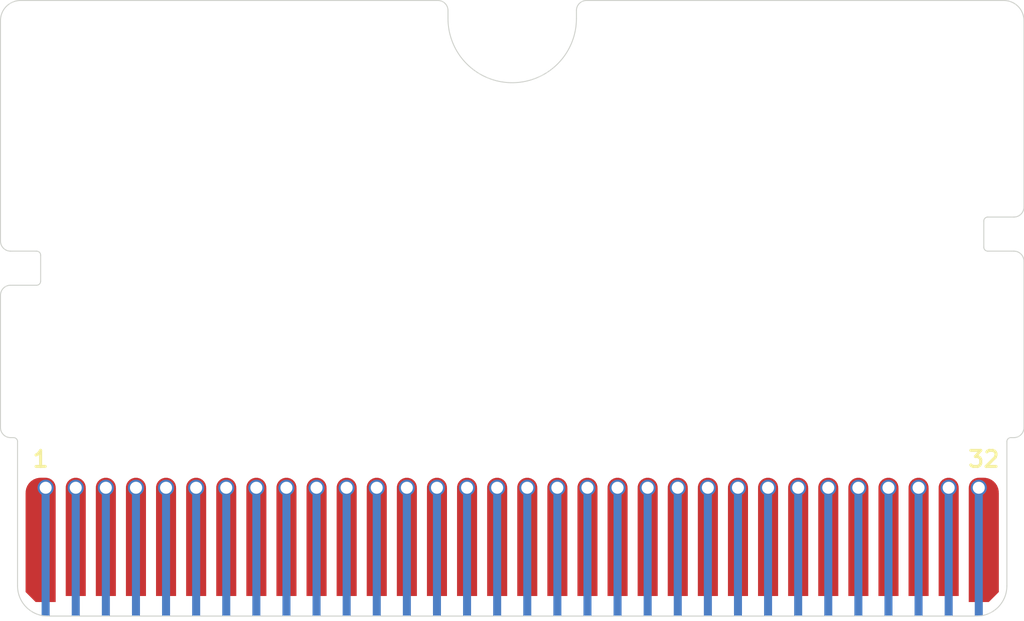
<source format=kicad_pcb>
(kicad_pcb (version 20211014) (generator pcbnew)
  (layers (0 "F.Cu" signal) (31 "B.Cu" signal) (34 "B.Paste" user) (35 "F.Paste" user) (36 "B.SilkS" user "B.Silkscreen") (37 "F.SilkS" user "F.Silkscreen") (38 "B.Mask" user) (39 "F.Mask" user) (44 "Edge.Cuts" user))
  (net 0 "")
  (net 1 "Net-(J1-Pad32)")
  (net 2 "Net-(J1-Pad1)")
  (net 3 "Net-(J1-Pad31)")
  (net 4 "Net-(J1-Pad30)")
  (net 5 "Net-(J1-Pad29)")
  (net 6 "Net-(J1-Pad28)")
  (net 7 "Net-(J1-Pad27)")
  (net 8 "Net-(J1-Pad26)")
  (net 9 "Net-(J1-Pad25)")
  (net 10 "Net-(J1-Pad24)")
  (net 11 "Net-(J1-Pad23)")
  (net 12 "Net-(J1-Pad22)")
  (net 13 "Net-(J1-Pad21)")
  (net 14 "Net-(J1-Pad20)")
  (net 15 "Net-(J1-Pad19)")
  (net 16 "Net-(J1-Pad18)")
  (net 17 "Net-(J1-Pad17)")
  (net 18 "Net-(J1-Pad16)")
  (net 19 "Net-(J1-Pad15)")
  (net 20 "Net-(J1-Pad14)")
  (net 21 "Net-(J1-Pad13)")
  (net 22 "Net-(J1-Pad12)")
  (net 23 "Net-(J1-Pad11)")
  (net 24 "Net-(J1-Pad10)")
  (net 25 "Net-(J1-Pad9)")
  (net 26 "Net-(J1-Pad8)")
  (net 27 "Net-(J1-Pad7)")
  (net 28 "Net-(J1-Pad6)")
  (net 29 "Net-(J1-Pad5)")
  (net 30 "Net-(J1-Pad4)")
  (net 31 "Net-(J1-Pad3)")
  (net 32 "Net-(J1-Pad2)")
  (footprint "Connector_GameBoy:GameBoy_GamePak_AGB-002_P1.50mm_Edge" (layer "F.Cu") (at 150 116.6)
    (fp_text reference "J1" hide)
    (fp_text value "GameBoy_GamePak_AGB-002" hide)
    (fp_text user "32" (at 23.5 -7.825) (layer "F.SilkS") (effects (font (size 0.8 0.8))))
    (fp_text user "1" (at -23.5 -7.825) (layer "F.SilkS") (effects (font (size 0.8 0.8))))
    (fp_poly (pts (xy 11.45 0) (xy 11.05 0) (xy 11.05 -6.1) (xy 11.45 -6.1)) (layer "B.Cu") (width 0) (fill solid))
    (fp_poly (pts (xy -0.55 0) (xy -0.95 0) (xy -0.95 -6.1) (xy -0.55 -6.1)) (layer "B.Cu") (width 0) (fill solid))
    (fp_poly (pts (xy 6.95 0) (xy 6.55 0) (xy 6.55 -6.1) (xy 6.95 -6.1)) (layer "B.Cu") (width 0) (fill solid))
    (fp_poly (pts (xy -14.05 0) (xy -14.45 0) (xy -14.45 -6.1) (xy -14.05 -6.1)) (layer "B.Cu") (width 0) (fill solid))
    (fp_poly (pts (xy 2.45 0) (xy 2.05 0) (xy 2.05 -6.1) (xy 2.45 -6.1)) (layer "B.Cu") (width 0) (fill solid))
    (fp_poly (pts (xy -6.55 0) (xy -6.95 0) (xy -6.95 -6.1) (xy -6.55 -6.1)) (layer "B.Cu") (width 0) (fill solid))
    (fp_poly (pts (xy -11.05 0) (xy -11.45 0) (xy -11.45 -6.1) (xy -11.05 -6.1)) (layer "B.Cu") (width 0) (fill solid))
    (fp_poly (pts (xy -8.05 0) (xy -8.45 0) (xy -8.45 -6.1) (xy -8.05 -6.1)) (layer "B.Cu") (width 0) (fill solid))
    (fp_poly (pts (xy -18.55 0) (xy -18.95 0) (xy -18.95 -6.1) (xy -18.55 -6.1)) (layer "B.Cu") (width 0) (fill solid))
    (fp_poly (pts (xy 15.95 0) (xy 15.55 0) (xy 15.55 -6.1) (xy 15.95 -6.1)) (layer "B.Cu") (width 0) (fill solid))
    (fp_poly (pts (xy 18.95 0) (xy 18.55 0) (xy 18.55 -6.1) (xy 18.95 -6.1)) (layer "B.Cu") (width 0) (fill solid))
    (fp_poly (pts (xy -9.55 0) (xy -9.95 0) (xy -9.95 -6.1) (xy -9.55 -6.1)) (layer "B.Cu") (width 0) (fill solid))
    (fp_poly (pts (xy 12.95 0) (xy 12.55 0) (xy 12.55 -6.1) (xy 12.95 -6.1)) (layer "B.Cu") (width 0) (fill solid))
    (fp_poly (pts (xy 3.95 0) (xy 3.55 0) (xy 3.55 -6.1) (xy 3.95 -6.1)) (layer "B.Cu") (width 0) (fill solid))
    (fp_poly (pts (xy -2.05 0) (xy -2.45 0) (xy -2.45 -6.1) (xy -2.05 -6.1)) (layer "B.Cu") (width 0) (fill solid))
    (fp_poly (pts (xy -21.55 0) (xy -21.95 0) (xy -21.95 -6.1) (xy -21.55 -6.1)) (layer "B.Cu") (width 0) (fill solid))
    (fp_poly (pts (xy 21.95 0) (xy 21.55 0) (xy 21.55 -6.1) (xy 21.95 -6.1)) (layer "B.Cu") (width 0) (fill solid))
    (fp_poly (pts (xy -20.05 0) (xy -20.45 0) (xy -20.45 -6.1) (xy -20.05 -6.1)) (layer "B.Cu") (width 0) (fill solid))
    (fp_poly (pts (xy 20.45 0) (xy 20.05 0) (xy 20.05 -6.1) (xy 20.45 -6.1)) (layer "B.Cu") (width 0) (fill solid))
    (fp_poly (pts (xy -12.55 0) (xy -12.95 0) (xy -12.95 -6.1) (xy -12.55 -6.1)) (layer "B.Cu") (width 0) (fill solid))
    (fp_poly (pts (xy -15.55 0) (xy -15.95 0) (xy -15.95 -6.1) (xy -15.55 -6.1)) (layer "B.Cu") (width 0) (fill solid))
    (fp_poly (pts (xy -17.05 0) (xy -17.45 0) (xy -17.45 -6.1) (xy -17.05 -6.1)) (layer "B.Cu") (width 0) (fill solid))
    (fp_poly (pts (xy 14.45 0) (xy 14.05 0) (xy 14.05 -6.1) (xy 14.45 -6.1)) (layer "B.Cu") (width 0) (fill solid))
    (fp_poly (pts (xy 5.45 0) (xy 5.05 0) (xy 5.05 -6.1) (xy 5.45 -6.1)) (layer "B.Cu") (width 0) (fill solid))
    (fp_poly (pts (xy -3.55 0) (xy -3.95 0) (xy -3.95 -6.1) (xy -3.55 -6.1)) (layer "B.Cu") (width 0) (fill solid))
    (fp_poly (pts (xy 17.45 0) (xy 17.05 0) (xy 17.05 -6.1) (xy 17.45 -6.1)) (layer "B.Cu") (width 0) (fill solid))
    (fp_poly (pts (xy 23.45 0) (xy 23.05 0) (xy 23.05 -6.1) (xy 23.45 -6.1)) (layer "B.Cu") (width 0) (fill solid))
    (fp_poly (pts (xy 9.95 0) (xy 9.55 0) (xy 9.55 -6.1) (xy 9.95 -6.1)) (layer "B.Cu") (width 0) (fill solid))
    (fp_poly (pts (xy 8.45 0) (xy 8.05 0) (xy 8.05 -6.1) (xy 8.45 -6.1)) (layer "B.Cu") (width 0) (fill solid))
    (fp_poly (pts (xy 0.95 0) (xy 0.55 0) (xy 0.55 -6.1) (xy 0.95 -6.1)) (layer "B.Cu") (width 0) (fill solid))
    (fp_poly (pts (xy -23.05 0) (xy -23.45 0) (xy -23.45 -6.1) (xy -23.05 -6.1)) (layer "B.Cu") (width 0) (fill solid))
    (fp_poly (pts (xy -5.05 0) (xy -5.45 0) (xy -5.45 -6.1) (xy -5.05 -6.1)) (layer "B.Cu") (width 0) (fill solid))
    (pad "1" connect custom locked (at -23.25 -6.4) (size 0.8 0.8) (layers "F.Cu") (net 2 "Net-(J1-Pad1)") (options (clearance outline) (anchor circle)) (primitives (gr_line (start -0.25 -0.45) (end 0 -0.45) (width 0.1)) (gr_circle (center 0 0) (end 0.25 0) (width 0.5)) (gr_poly (pts (xy -1 5.2) (xy -1 0.25) (xy 0.5 0.25) (xy 0.5 5.7) (xy -0.5 5.7)) (width 0) (fill yes)) (gr_circle (center -0.25 0.25) (end 0.125 0.25) (width 0.75)) (gr_line (start 0.45 0) (end 0.45 0.25) (width 0.1))))
    (pad "1" thru_hole circle locked (at -23.25 -6.4) (size 0.8 0.8) (drill 0.6) (layers *.Cu *.Mask) (net 2 "Net-(J1-Pad1)"))
    (pad "2" connect custom locked (at -21.75 -6.4) (size 0.8 0.8) (layers "F.Cu") (net 32 "Net-(J1-Pad2)") (options (clearance outline) (anchor circle)) (primitives (gr_poly (pts (xy -0.5 5.4) (xy 0.5 5.4) (xy 0.5 0) (xy -0.5 0)) (width 0) (fill yes)) (gr_circle (center -0.001247 0) (end 0.25 0) (width 0.5))))
    (pad "2" thru_hole circle locked (at -21.75 -6.4) (size 0.8 0.8) (drill 0.6) (layers *.Cu *.Mask) (net 32 "Net-(J1-Pad2)"))
    (pad "3" thru_hole circle locked (at -20.25 -6.4) (size 0.8 0.8) (drill 0.6) (layers *.Cu *.Mask) (net 31 "Net-(J1-Pad3)"))
    (pad "3" connect custom locked (at -20.25 -6.4) (size 0.8 0.8) (layers "F.Cu") (net 31 "Net-(J1-Pad3)") (options (clearance outline) (anchor circle)) (primitives (gr_poly (pts (xy -0.5 5.4) (xy 0.5 5.4) (xy 0.5 0) (xy -0.5 0)) (width 0) (fill yes)) (gr_circle (center -0.001247 0) (end 0.25 0) (width 0.5))))
    (pad "4" thru_hole circle locked (at -18.75 -6.4) (size 0.8 0.8) (drill 0.6) (layers *.Cu *.Mask) (net 30 "Net-(J1-Pad4)"))
    (pad "4" connect custom locked (at -18.75 -6.4) (size 0.8 0.8) (layers "F.Cu") (net 30 "Net-(J1-Pad4)") (options (clearance outline) (anchor circle)) (primitives (gr_poly (pts (xy -0.5 5.4) (xy 0.5 5.4) (xy 0.5 0) (xy -0.5 0)) (width 0) (fill yes)) (gr_circle (center -0.001247 0) (end 0.25 0) (width 0.5))))
    (pad "5" connect custom locked (at -17.25 -6.4) (size 0.8 0.8) (layers "F.Cu") (net 29 "Net-(J1-Pad5)") (options (clearance outline) (anchor circle)) (primitives (gr_poly (pts (xy -0.5 5.4) (xy 0.5 5.4) (xy 0.5 0) (xy -0.5 0)) (width 0) (fill yes)) (gr_circle (center -0.001247 0) (end 0.25 0) (width 0.5))))
    (pad "5" thru_hole circle locked (at -17.25 -6.4) (size 0.8 0.8) (drill 0.6) (layers *.Cu *.Mask) (net 29 "Net-(J1-Pad5)"))
    (pad "6" connect custom locked (at -15.75 -6.4) (size 0.8 0.8) (layers "F.Cu") (net 28 "Net-(J1-Pad6)") (options (clearance outline) (anchor circle)) (primitives (gr_poly (pts (xy -0.5 5.4) (xy 0.5 5.4) (xy 0.5 0) (xy -0.5 0)) (width 0) (fill yes)) (gr_circle (center -0.001247 0) (end 0.25 0) (width 0.5))))
    (pad "6" thru_hole circle locked (at -15.75 -6.4) (size 0.8 0.8) (drill 0.6) (layers *.Cu *.Mask) (net 28 "Net-(J1-Pad6)"))
    (pad "7" connect custom locked (at -14.25 -6.4) (size 0.8 0.8) (layers "F.Cu") (net 27 "Net-(J1-Pad7)") (options (clearance outline) (anchor circle)) (primitives (gr_poly (pts (xy -0.5 5.4) (xy 0.5 5.4) (xy 0.5 0) (xy -0.5 0)) (width 0) (fill yes)) (gr_circle (center -0.001247 0) (end 0.25 0) (width 0.5))))
    (pad "7" thru_hole circle locked (at -14.25 -6.4) (size 0.8 0.8) (drill 0.6) (layers *.Cu *.Mask) (net 27 "Net-(J1-Pad7)"))
    (pad "8" connect custom locked (at -12.75 -6.4) (size 0.8 0.8) (layers "F.Cu") (net 26 "Net-(J1-Pad8)") (options (clearance outline) (anchor circle)) (primitives (gr_poly (pts (xy -0.5 5.4) (xy 0.5 5.4) (xy 0.5 0) (xy -0.5 0)) (width 0) (fill yes)) (gr_circle (center -0.001247 0) (end 0.25 0) (width 0.5))))
    (pad "8" thru_hole circle locked (at -12.75 -6.4) (size 0.8 0.8) (drill 0.6) (layers *.Cu *.Mask) (net 26 "Net-(J1-Pad8)"))
    (pad "9" thru_hole circle locked (at -11.25 -6.4) (size 0.8 0.8) (drill 0.6) (layers *.Cu *.Mask) (net 25 "Net-(J1-Pad9)"))
    (pad "9" connect custom locked (at -11.25 -6.4) (size 0.8 0.8) (layers "F.Cu") (net 25 "Net-(J1-Pad9)") (options (clearance outline) (anchor circle)) (primitives (gr_poly (pts (xy -0.5 5.4) (xy 0.5 5.4) (xy 0.5 0) (xy -0.5 0)) (width 0) (fill yes)) (gr_circle (center -0.001247 0) (end 0.25 0) (width 0.5))))
    (pad "10" connect custom locked (at -9.75 -6.4) (size 0.8 0.8) (layers "F.Cu") (net 24 "Net-(J1-Pad10)") (options (clearance outline) (anchor circle)) (primitives (gr_poly (pts (xy -0.5 5.4) (xy 0.5 5.4) (xy 0.5 0) (xy -0.5 0)) (width 0) (fill yes)) (gr_circle (center -0.001247 0) (end 0.25 0) (width 0.5))))
    (pad "10" thru_hole circle locked (at -9.75 -6.4) (size 0.8 0.8) (drill 0.6) (layers *.Cu *.Mask) (net 24 "Net-(J1-Pad10)"))
    (pad "11" connect custom locked (at -8.25 -6.4) (size 0.8 0.8) (layers "F.Cu") (net 23 "Net-(J1-Pad11)") (options (clearance outline) (anchor circle)) (primitives (gr_poly (pts (xy -0.5 5.4) (xy 0.5 5.4) (xy 0.5 0) (xy -0.5 0)) (width 0) (fill yes)) (gr_circle (center -0.001247 0) (end 0.25 0) (width 0.5))))
    (pad "11" thru_hole circle locked (at -8.25 -6.4) (size 0.8 0.8) (drill 0.6) (layers *.Cu *.Mask) (net 23 "Net-(J1-Pad11)"))
    (pad "12" thru_hole circle locked (at -6.75 -6.4) (size 0.8 0.8) (drill 0.6) (layers *.Cu *.Mask) (net 22 "Net-(J1-Pad12)"))
    (pad "12" connect custom locked (at -6.75 -6.4) (size 0.8 0.8) (layers "F.Cu") (net 22 "Net-(J1-Pad12)") (options (clearance outline) (anchor circle)) (primitives (gr_poly (pts (xy -0.5 5.4) (xy 0.5 5.4) (xy 0.5 0) (xy -0.5 0)) (width 0) (fill yes)) (gr_circle (center -0.001247 0) (end 0.25 0) (width 0.5))))
    (pad "13" thru_hole circle locked (at -5.25 -6.4) (size 0.8 0.8) (drill 0.6) (layers *.Cu *.Mask) (net 21 "Net-(J1-Pad13)"))
    (pad "13" connect custom locked (at -5.25 -6.4) (size 0.8 0.8) (layers "F.Cu") (net 21 "Net-(J1-Pad13)") (options (clearance outline) (anchor circle)) (primitives (gr_poly (pts (xy -0.5 5.4) (xy 0.5 5.4) (xy 0.5 0) (xy -0.5 0)) (width 0) (fill yes)) (gr_circle (center -0.001247 0) (end 0.25 0) (width 0.5))))
    (pad "14" connect custom locked (at -3.75 -6.4) (size 0.8 0.8) (layers "F.Cu") (net 20 "Net-(J1-Pad14)") (options (clearance outline) (anchor circle)) (primitives (gr_poly (pts (xy -0.5 5.4) (xy 0.5 5.4) (xy 0.5 0) (xy -0.5 0)) (width 0) (fill yes)) (gr_circle (center -0.001247 0) (end 0.25 0) (width 0.5))))
    (pad "14" thru_hole circle locked (at -3.75 -6.4) (size 0.8 0.8) (drill 0.6) (layers *.Cu *.Mask) (net 20 "Net-(J1-Pad14)"))
    (pad "15" thru_hole circle locked (at -2.25 -6.4) (size 0.8 0.8) (drill 0.6) (layers *.Cu *.Mask) (net 19 "Net-(J1-Pad15)"))
    (pad "15" connect custom locked (at -2.25 -6.4) (size 0.8 0.8) (layers "F.Cu") (net 19 "Net-(J1-Pad15)") (options (clearance outline) (anchor circle)) (primitives (gr_poly (pts (xy -0.5 5.4) (xy 0.5 5.4) (xy 0.5 0) (xy -0.5 0)) (width 0) (fill yes)) (gr_circle (center -0.001247 0) (end 0.25 0) (width 0.5))))
    (pad "16" thru_hole circle locked (at -0.75 -6.4) (size 0.8 0.8) (drill 0.6) (layers *.Cu *.Mask) (net 18 "Net-(J1-Pad16)"))
    (pad "16" connect custom locked (at -0.75 -6.4) (size 0.8 0.8) (layers "F.Cu") (net 18 "Net-(J1-Pad16)") (options (clearance outline) (anchor circle)) (primitives (gr_poly (pts (xy -0.5 5.4) (xy 0.5 5.4) (xy 0.5 0) (xy -0.5 0)) (width 0) (fill yes)) (gr_circle (center -0.001247 0) (end 0.25 0) (width 0.5))))
    (pad "17" connect custom locked (at 0.75 -6.4) (size 0.8 0.8) (layers "F.Cu") (net 17 "Net-(J1-Pad17)") (options (clearance outline) (anchor circle)) (primitives (gr_poly (pts (xy -0.5 5.4) (xy 0.5 5.4) (xy 0.5 0) (xy -0.5 0)) (width 0) (fill yes)) (gr_circle (center -0.001247 0) (end 0.25 0) (width 0.5))))
    (pad "17" thru_hole circle locked (at 0.75 -6.4) (size 0.8 0.8) (drill 0.6) (layers *.Cu *.Mask) (net 17 "Net-(J1-Pad17)"))
    (pad "18" connect custom locked (at 2.25 -6.4) (size 0.8 0.8) (layers "F.Cu") (net 16 "Net-(J1-Pad18)") (options (clearance outline) (anchor circle)) (primitives (gr_poly (pts (xy -0.5 5.4) (xy 0.5 5.4) (xy 0.5 0) (xy -0.5 0)) (width 0) (fill yes)) (gr_circle (center -0.001247 0) (end 0.25 0) (width 0.5))))
    (pad "18" thru_hole circle locked (at 2.25 -6.4) (size 0.8 0.8) (drill 0.6) (layers *.Cu *.Mask) (net 16 "Net-(J1-Pad18)"))
    (pad "19" thru_hole circle locked (at 3.75 -6.4) (size 0.8 0.8) (drill 0.6) (layers *.Cu *.Mask) (net 15 "Net-(J1-Pad19)"))
    (pad "19" connect custom locked (at 3.75 -6.4) (size 0.8 0.8) (layers "F.Cu") (net 15 "Net-(J1-Pad19)") (options (clearance outline) (anchor circle)) (primitives (gr_poly (pts (xy -0.5 5.4) (xy 0.5 5.4) (xy 0.5 0) (xy -0.5 0)) (width 0) (fill yes)) (gr_circle (center -0.001247 0) (end 0.25 0) (width 0.5))))
    (pad "20" thru_hole circle locked (at 5.25 -6.4) (size 0.8 0.8) (drill 0.6) (layers *.Cu *.Mask) (net 14 "Net-(J1-Pad20)"))
    (pad "20" connect custom locked (at 5.25 -6.4) (size 0.8 0.8) (layers "F.Cu") (net 14 "Net-(J1-Pad20)") (options (clearance outline) (anchor circle)) (primitives (gr_poly (pts (xy -0.5 5.4) (xy 0.5 5.4) (xy 0.5 0) (xy -0.5 0)) (width 0) (fill yes)) (gr_circle (center -0.001247 0) (end 0.25 0) (width 0.5))))
    (pad "21" thru_hole circle locked (at 6.75 -6.4) (size 0.8 0.8) (drill 0.6) (layers *.Cu *.Mask) (net 13 "Net-(J1-Pad21)"))
    (pad "21" connect custom locked (at 6.75 -6.4) (size 0.8 0.8) (layers "F.Cu") (net 13 "Net-(J1-Pad21)") (options (clearance outline) (anchor circle)) (primitives (gr_poly (pts (xy -0.5 5.4) (xy 0.5 5.4) (xy 0.5 0) (xy -0.5 0)) (width 0) (fill yes)) (gr_circle (center -0.001247 0) (end 0.25 0) (width 0.5))))
    (pad "22" connect custom locked (at 8.25 -6.4) (size 0.8 0.8) (layers "F.Cu") (net 12 "Net-(J1-Pad22)") (options (clearance outline) (anchor circle)) (primitives (gr_poly (pts (xy -0.5 5.4) (xy 0.5 5.4) (xy 0.5 0) (xy -0.5 0)) (width 0) (fill yes)) (gr_circle (center -0.001247 0) (end 0.25 0) (width 0.5))))
    (pad "22" thru_hole circle locked (at 8.25 -6.4) (size 0.8 0.8) (drill 0.6) (layers *.Cu *.Mask) (net 12 "Net-(J1-Pad22)"))
    (pad "23" connect custom locked (at 9.75 -6.4) (size 0.8 0.8) (layers "F.Cu") (net 11 "Net-(J1-Pad23)") (options (clearance outline) (anchor circle)) (primitives (gr_poly (pts (xy -0.5 5.4) (xy 0.5 5.4) (xy 0.5 0) (xy -0.5 0)) (width 0) (fill yes)) (gr_circle (center -0.001247 0) (end 0.25 0) (width 0.5))))
    (pad "23" thru_hole circle locked (at 9.75 -6.4) (size 0.8 0.8) (drill 0.6) (layers *.Cu *.Mask) (net 11 "Net-(J1-Pad23)"))
    (pad "24" thru_hole circle locked (at 11.25 -6.4) (size 0.8 0.8) (drill 0.6) (layers *.Cu *.Mask) (net 10 "Net-(J1-Pad24)"))
    (pad "24" connect custom locked (at 11.25 -6.4) (size 0.8 0.8) (layers "F.Cu") (net 10 "Net-(J1-Pad24)") (options (clearance outline) (anchor circle)) (primitives (gr_poly (pts (xy -0.5 5.4) (xy 0.5 5.4) (xy 0.5 0) (xy -0.5 0)) (width 0) (fill yes)) (gr_circle (center -0.001247 0) (end 0.25 0) (width 0.5))))
    (pad "25" connect custom locked (at 12.75 -6.4) (size 0.8 0.8) (layers "F.Cu") (net 9 "Net-(J1-Pad25)") (options (clearance outline) (anchor circle)) (primitives (gr_poly (pts (xy -0.5 5.4) (xy 0.5 5.4) (xy 0.5 0) (xy -0.5 0)) (width 0) (fill yes)) (gr_circle (center -0.001247 0) (end 0.25 0) (width 0.5))))
    (pad "25" thru_hole circle locked (at 12.75 -6.4) (size 0.8 0.8) (drill 0.6) (layers *.Cu *.Mask) (net 9 "Net-(J1-Pad25)"))
    (pad "26" thru_hole circle locked (at 14.25 -6.4) (size 0.8 0.8) (drill 0.6) (layers *.Cu *.Mask) (net 8 "Net-(J1-Pad26)"))
    (pad "26" connect custom locked (at 14.25 -6.4) (size 0.8 0.8) (layers "F.Cu") (net 8 "Net-(J1-Pad26)") (options (clearance outline) (anchor circle)) (primitives (gr_poly (pts (xy -0.5 5.4) (xy 0.5 5.4) (xy 0.5 0) (xy -0.5 0)) (width 0) (fill yes)) (gr_circle (center -0.001247 0) (end 0.25 0) (width 0.5))))
    (pad "27" connect custom locked (at 15.75 -6.4) (size 0.8 0.8) (layers "F.Cu") (net 7 "Net-(J1-Pad27)") (options (clearance outline) (anchor circle)) (primitives (gr_poly (pts (xy -0.5 5.4) (xy 0.5 5.4) (xy 0.5 0) (xy -0.5 0)) (width 0) (fill yes)) (gr_circle (center -0.001247 0) (end 0.25 0) (width 0.5))))
    (pad "27" thru_hole circle locked (at 15.75 -6.4) (size 0.8 0.8) (drill 0.6) (layers *.Cu *.Mask) (net 7 "Net-(J1-Pad27)"))
    (pad "28" connect custom locked (at 17.25 -6.4) (size 0.8 0.8) (layers "F.Cu") (net 6 "Net-(J1-Pad28)") (options (clearance outline) (anchor circle)) (primitives (gr_poly (pts (xy -0.5 5.4) (xy 0.5 5.4) (xy 0.5 0) (xy -0.5 0)) (width 0) (fill yes)) (gr_circle (center -0.001247 0) (end 0.25 0) (width 0.5))))
    (pad "28" thru_hole circle locked (at 17.25 -6.4) (size 0.8 0.8) (drill 0.6) (layers *.Cu *.Mask) (net 6 "Net-(J1-Pad28)"))
    (pad "29" thru_hole circle locked (at 18.75 -6.4) (size 0.8 0.8) (drill 0.6) (layers *.Cu *.Mask) (net 5 "Net-(J1-Pad29)"))
    (pad "29" connect custom locked (at 18.75 -6.4) (size 0.8 0.8) (layers "F.Cu") (net 5 "Net-(J1-Pad29)") (options (clearance outline) (anchor circle)) (primitives (gr_poly (pts (xy -0.5 5.4) (xy 0.5 5.4) (xy 0.5 0) (xy -0.5 0)) (width 0) (fill yes)) (gr_circle (center -0.001247 0) (end 0.25 0) (width 0.5))))
    (pad "30" connect custom locked (at 20.25 -6.4) (size 0.8 0.8) (layers "F.Cu") (net 4 "Net-(J1-Pad30)") (options (clearance outline) (anchor circle)) (primitives (gr_poly (pts (xy -0.5 5.4) (xy 0.5 5.4) (xy 0.5 0) (xy -0.5 0)) (width 0) (fill yes)) (gr_circle (center -0.001247 0) (end 0.25 0) (width 0.5))))
    (pad "30" thru_hole circle locked (at 20.25 -6.4) (size 0.8 0.8) (drill 0.6) (layers *.Cu *.Mask) (net 4 "Net-(J1-Pad30)"))
    (pad "31" thru_hole circle locked (at 21.75 -6.4) (size 0.8 0.8) (drill 0.6) (layers *.Cu *.Mask) (net 3 "Net-(J1-Pad31)"))
    (pad "31" connect custom locked (at 21.75 -6.4) (size 0.8 0.8) (layers "F.Cu") (net 3 "Net-(J1-Pad31)") (options (clearance outline) (anchor circle)) (primitives (gr_poly (pts (xy -0.5 5.4) (xy 0.5 5.4) (xy 0.5 0) (xy -0.5 0)) (width 0) (fill yes)) (gr_circle (center -0.001247 0) (end 0.25 0) (width 0.5))))
    (pad "32" thru_hole circle locked (at 23.25 -6.4) (size 0.8 0.8) (drill 0.6) (layers *.Cu *.Mask) (net 1 "Net-(J1-Pad32)"))
    (pad "32" connect custom locked (at 23.25 -6.4) (size 0.8 0.8) (layers "F.Cu") (net 1 "Net-(J1-Pad32)") (options (clearance outline) (anchor circle)) (primitives (gr_line (start 0 -0.45) (end 0.25 -0.45) (width 0.1)) (gr_poly (pts (xy -0.5 5.7) (xy -0.5 0.25) (xy 1 0.25) (xy 1 5.2) (xy 0.5 5.7)) (width 0) (fill yes)) (gr_circle (center 0.25 0.25) (end 0.625 0.25) (width 0.75)) (gr_circle (center 0 0) (end 0.25 0) (width 0.5)) (gr_line (start -0.45 0) (end -0.45 0.25) (width 0.1))))
  )
  (gr_line (start 173.7 96.7) (end 175 96.7) (layer "Edge.Cuts") (width 0.05))
  (gr_line (start 175.5 107.2) (end 175.5 98.9) (layer "Edge.Cuts") (width 0.05))
  (gr_arc (start 126.5 99.9) (mid 126.441421 100.041421) (end 126.3 100.1) (layer "Edge.Cuts") (width 0.05))
  (gr_arc (start 175 98.4) (mid 175.353553 98.546447) (end 175.5 98.9) (layer "Edge.Cuts") (width 0.05))
  (gr_arc (start 175.5 96.2) (mid 175.353553 96.553553) (end 175 96.7) (layer "Edge.Cuts") (width 0.05))
  (gr_arc (start 173.5 96.9) (mid 173.558579 96.758579) (end 173.7 96.7) (layer "Edge.Cuts") (width 0.05))
  (gr_arc (start 125 98.4) (mid 124.646447 98.253553) (end 124.5 97.9) (layer "Edge.Cuts") (width 0.05))
  (gr_line (start 125 98.4) (end 126.3 98.4) (layer "Edge.Cuts") (width 0.05))
  (gr_arc (start 174.65 115.1) (mid 174.21066 116.16066) (end 173.15 116.6) (layer "Edge.Cuts") (width 0.05))
  (gr_arc (start 126.85 116.6) (mid 125.78934 116.16066) (end 125.35 115.1) (layer "Edge.Cuts") (width 0.05))
  (gr_arc (start 124.5 86.9) (mid 124.792893 86.192893) (end 125.5 85.9) (layer "Edge.Cuts") (width 0.05))
  (gr_line (start 125.15 107.7) (end 125 107.7) (layer "Edge.Cuts") (width 0.05))
  (gr_line (start 174.65 115.1) (end 174.65 107.9) (layer "Edge.Cuts") (width 0.05))
  (gr_arc (start 124.5 100.6) (mid 124.646447 100.246447) (end 125 100.1) (layer "Edge.Cuts") (width 0.05))
  (gr_line (start 173.15 116.6) (end 126.85 116.6) (layer "Edge.Cuts") (width 0.05))
  (gr_line (start 126.3 100.1) (end 125 100.1) (layer "Edge.Cuts") (width 0.05))
  (gr_line (start 126.5 98.6) (end 126.5 99.9) (layer "Edge.Cuts") (width 0.05))
  (gr_arc (start 174.5 85.9) (mid 175.207107 86.192893) (end 175.5 86.9) (layer "Edge.Cuts") (width 0.05))
  (gr_arc (start 173.7 98.4) (mid 173.558579 98.341421) (end 173.5 98.2) (layer "Edge.Cuts") (width 0.05))
  (gr_line (start 124.5 107.2) (end 124.5 100.6) (layer "Edge.Cuts") (width 0.05))
  (gr_line (start 125.35 115.1) (end 125.35 107.9) (layer "Edge.Cuts") (width 0.05))
  (gr_line (start 175.5 96.2) (end 175.5 86.9) (layer "Edge.Cuts") (width 0.05))
  (gr_line (start 175 98.4) (end 173.7 98.4) (layer "Edge.Cuts") (width 0.05))
  (gr_line (start 173.5 96.9) (end 173.5 98.2) (layer "Edge.Cuts") (width 0.05))
  (gr_arc (start 126.3 98.4) (mid 126.441421 98.458579) (end 126.5 98.6) (layer "Edge.Cuts") (width 0.05))
  (gr_line (start 124.5 97.9) (end 124.5 86.9) (layer "Edge.Cuts") (width 0.05))
  (gr_line (start 146.8 86.4) (end 146.8 86.8) (layer "Edge.Cuts") (width 0.05))
  (gr_line (start 153.2 86.4) (end 153.2 86.8) (layer "Edge.Cuts") (width 0.05))
  (gr_line (start 174.5 85.9) (end 153.7 85.9) (layer "Edge.Cuts") (width 0.05))
  (gr_line (start 125.5 85.9) (end 146.3 85.9) (layer "Edge.Cuts") (width 0.05))
  (gr_arc (start 153.2 86.8) (mid 150 90) (end 146.8 86.8) (layer "Edge.Cuts") (width 0.05))
  (gr_arc (start 146.3 85.9) (mid 146.653553 86.046447) (end 146.8 86.4) (layer "Edge.Cuts") (width 0.05))
  (gr_arc (start 153.2 86.4) (mid 153.346447 86.046447) (end 153.7 85.9) (layer "Edge.Cuts") (width 0.05))
  (gr_arc (start 125 107.7) (mid 124.646447 107.553553) (end 124.5 107.2) (layer "Edge.Cuts") (width 0.05))
  (gr_arc (start 125.15 107.7) (mid 125.291421 107.758579) (end 125.35 107.9) (layer "Edge.Cuts") (width 0.05))
  (gr_line (start 175 107.7) (end 174.85 107.7) (layer "Edge.Cuts") (width 0.05))
  (gr_arc (start 175.5 107.2) (mid 175.353553 107.553553) (end 175 107.7) (layer "Edge.Cuts") (width 0.05))
  (gr_arc (start 174.65 107.9) (mid 174.708579 107.758579) (end 174.85 107.7) (layer "Edge.Cuts") (width 0.05))
)
</source>
